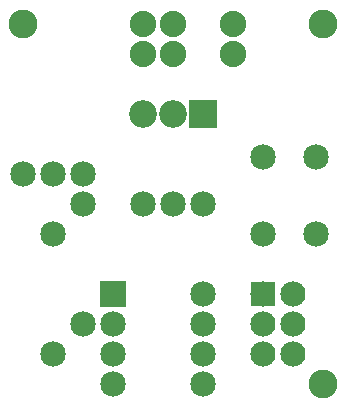
<source format=gts>
G04 MADE WITH FRITZING*
G04 WWW.FRITZING.ORG*
G04 DOUBLE SIDED*
G04 HOLES PLATED*
G04 CONTOUR ON CENTER OF CONTOUR VECTOR*
%ASAXBY*%
%FSLAX23Y23*%
%MOIN*%
%OFA0B0*%
%SFA1.0B1.0*%
%ADD10C,0.096614*%
%ADD11C,0.092000*%
%ADD12C,0.088000*%
%ADD13C,0.084000*%
%ADD14C,0.085000*%
%ADD15R,0.092000X0.092000*%
%ADD16R,0.084000X0.084000*%
%ADD17R,0.085000X0.085000*%
%LNMASK1*%
G90*
G70*
G54D10*
X1085Y109D03*
X1085Y1309D03*
X85Y1309D03*
G54D11*
X685Y1009D03*
X585Y1009D03*
X485Y1009D03*
G54D12*
X785Y1309D03*
X785Y1309D03*
X785Y1209D03*
X585Y1309D03*
X585Y1309D03*
X485Y1309D03*
X585Y1209D03*
X585Y1209D03*
X485Y1209D03*
G54D13*
X985Y409D03*
X985Y309D03*
X985Y209D03*
X885Y409D03*
X885Y309D03*
X885Y209D03*
G54D14*
X885Y609D03*
X885Y865D03*
X1062Y609D03*
X1062Y865D03*
X385Y409D03*
X685Y409D03*
X385Y309D03*
X685Y309D03*
X385Y209D03*
X685Y209D03*
X385Y109D03*
X685Y109D03*
X85Y809D03*
X185Y809D03*
X285Y809D03*
X685Y709D03*
X585Y709D03*
X485Y709D03*
X185Y609D03*
X185Y209D03*
X285Y709D03*
X285Y309D03*
G54D15*
X685Y1009D03*
G54D16*
X885Y409D03*
G54D17*
X385Y409D03*
G04 End of Mask1*
M02*
</source>
